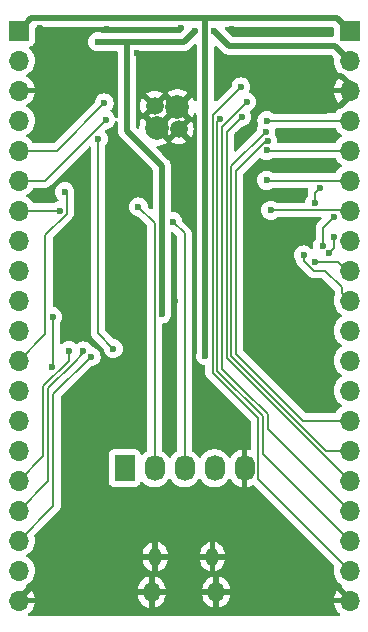
<source format=gbl>
%TF.GenerationSoftware,KiCad,Pcbnew,8.0.6-8.0.6-0~ubuntu24.04.1*%
%TF.CreationDate,2024-10-30T09:24:07+01:00*%
%TF.ProjectId,breakout_pcb,62726561-6b6f-4757-945f-7063622e6b69,rev?*%
%TF.SameCoordinates,Original*%
%TF.FileFunction,Copper,L2,Bot*%
%TF.FilePolarity,Positive*%
%FSLAX46Y46*%
G04 Gerber Fmt 4.6, Leading zero omitted, Abs format (unit mm)*
G04 Created by KiCad (PCBNEW 8.0.6-8.0.6-0~ubuntu24.04.1) date 2024-10-30 09:24:07*
%MOMM*%
%LPD*%
G01*
G04 APERTURE LIST*
%TA.AperFunction,ComponentPad*%
%ADD10R,1.700000X1.700000*%
%TD*%
%TA.AperFunction,ComponentPad*%
%ADD11O,1.700000X1.700000*%
%TD*%
%TA.AperFunction,ComponentPad*%
%ADD12R,1.700000X2.200000*%
%TD*%
%TA.AperFunction,ComponentPad*%
%ADD13O,1.700000X2.200000*%
%TD*%
%TA.AperFunction,ComponentPad*%
%ADD14O,1.350000X1.700000*%
%TD*%
%TA.AperFunction,ComponentPad*%
%ADD15O,1.100000X1.500000*%
%TD*%
%TA.AperFunction,HeatsinkPad*%
%ADD16C,1.500000*%
%TD*%
%TA.AperFunction,HeatsinkPad*%
%ADD17C,2.000000*%
%TD*%
%TA.AperFunction,ViaPad*%
%ADD18C,0.600000*%
%TD*%
%TA.AperFunction,Conductor*%
%ADD19C,0.500000*%
%TD*%
%TA.AperFunction,Conductor*%
%ADD20C,0.200000*%
%TD*%
G04 APERTURE END LIST*
D10*
%TO.P,J2,1,Pin_1*%
%TO.N,/5v*%
X114170000Y-75700000D03*
D11*
%TO.P,J2,2,Pin_2*%
%TO.N,/3.3v*%
X114170000Y-78240000D03*
%TO.P,J2,3,Pin_3*%
%TO.N,GND*%
X114170000Y-80780000D03*
%TO.P,J2,4,Pin_4*%
%TO.N,/EN*%
X114170000Y-83320000D03*
%TO.P,J2,5,Pin_5*%
%TO.N,/IO1*%
X114170000Y-85860000D03*
%TO.P,J2,6,Pin_6*%
%TO.N,/IO2*%
X114170000Y-88400000D03*
%TO.P,J2,7,Pin_7*%
%TO.N,/IO3*%
X114170000Y-90940000D03*
%TO.P,J2,8,Pin_8*%
%TO.N,/IO4*%
X114170000Y-93480000D03*
%TO.P,J2,9,Pin_9*%
%TO.N,/IO5*%
X114170000Y-96020000D03*
%TO.P,J2,10,Pin_10*%
%TO.N,/IO6*%
X114170000Y-98560000D03*
%TO.P,J2,11,Pin_11*%
%TO.N,/IO7*%
X114170000Y-101100000D03*
%TO.P,J2,12,Pin_12*%
%TO.N,/IO8*%
X114170000Y-103640000D03*
%TO.P,J2,13,Pin_13*%
%TO.N,/IO9*%
X114170000Y-106180000D03*
%TO.P,J2,14,Pin_14*%
%TO.N,/IO10*%
X114170000Y-108720000D03*
%TO.P,J2,15,Pin_15*%
%TO.N,/IO11*%
X114170000Y-111260000D03*
%TO.P,J2,16,Pin_16*%
%TO.N,/IO12*%
X114170000Y-113800000D03*
%TO.P,J2,17,Pin_17*%
%TO.N,/IO13*%
X114170000Y-116340000D03*
%TO.P,J2,18,Pin_18*%
%TO.N,/IO14*%
X114170000Y-118880000D03*
%TO.P,J2,19,Pin_19*%
%TO.N,/IO15*%
X114170000Y-121420000D03*
%TO.P,J2,20,Pin_20*%
%TO.N,GND*%
X114170000Y-123960000D03*
%TD*%
D12*
%TO.P,Mico_USB_Breakout1,1,Pin_1*%
%TO.N,Net-(J1-VBUS)*%
X123120000Y-112750000D03*
D13*
%TO.P,Mico_USB_Breakout1,2,Pin_2*%
%TO.N,/USB_D_N*%
X125660000Y-112750000D03*
%TO.P,Mico_USB_Breakout1,3,Pin_3*%
%TO.N,/USB_D_P*%
X128200000Y-112750000D03*
%TO.P,Mico_USB_Breakout1,4,Pin_4*%
%TO.N,unconnected-(J1-ID-Pad4)*%
X130740000Y-112750000D03*
%TO.P,Mico_USB_Breakout1,5,Pin_5*%
%TO.N,GND*%
X133280000Y-112750000D03*
%TD*%
D10*
%TO.P,J3,1,Pin_1*%
%TO.N,/5v*%
X142175000Y-75700000D03*
D11*
%TO.P,J3,2,Pin_2*%
%TO.N,/3.3v*%
X142175000Y-78240000D03*
%TO.P,J3,3,Pin_3*%
%TO.N,GND*%
X142175000Y-80780000D03*
%TO.P,J3,4,Pin_4*%
%TO.N,/IO16*%
X142175000Y-83320000D03*
%TO.P,J3,5,Pin_5*%
%TO.N,/IO17*%
X142175000Y-85860000D03*
%TO.P,J3,6,Pin_6*%
%TO.N,/IO18*%
X142175000Y-88400000D03*
%TO.P,J3,7,Pin_7*%
%TO.N,/IO21*%
X142175000Y-90940000D03*
%TO.P,J3,8,Pin_8*%
%TO.N,/IO38*%
X142175000Y-93480000D03*
%TO.P,J3,9,Pin_9*%
%TO.N,/IO47*%
X142175000Y-96020000D03*
%TO.P,J3,10,Pin_10*%
%TO.N,/IO48*%
X142175000Y-98560000D03*
%TO.P,J3,11,Pin_11*%
%TO.N,/IO35*%
X142175000Y-101100000D03*
%TO.P,J3,12,Pin_12*%
%TO.N,/IO36*%
X142175000Y-103640000D03*
%TO.P,J3,13,Pin_13*%
%TO.N,/IO37*%
X142175000Y-106180000D03*
%TO.P,J3,14,Pin_14*%
%TO.N,/IO39*%
X142175000Y-108720000D03*
%TO.P,J3,15,Pin_15*%
%TO.N,/IO40*%
X142175000Y-111260000D03*
%TO.P,J3,16,Pin_16*%
%TO.N,/IO41*%
X142175000Y-113800000D03*
%TO.P,J3,17,Pin_17*%
%TO.N,/IO42*%
X142175000Y-116340000D03*
%TO.P,J3,18,Pin_18*%
%TO.N,/IO43*%
X142175000Y-118880000D03*
%TO.P,J3,19,Pin_19*%
%TO.N,/IO44*%
X142175000Y-121420000D03*
%TO.P,J3,20,Pin_20*%
%TO.N,GND*%
X142175000Y-123960000D03*
%TD*%
D14*
%TO.P,J1,6,Shield*%
%TO.N,GND*%
X125415000Y-123250000D03*
D15*
X125725000Y-120250000D03*
X130565000Y-120250000D03*
D14*
X130875000Y-123250000D03*
%TD*%
D16*
%TO.P,U2,41,GND*%
%TO.N,GND*%
X125665000Y-82070000D03*
D17*
X125875000Y-83940000D03*
X127605000Y-82190000D03*
D16*
X127715000Y-84070000D03*
%TD*%
D18*
%TO.N,GND*%
X122150000Y-117375000D03*
X141050000Y-79525000D03*
X139475000Y-84625000D03*
X124000000Y-106000000D03*
X134075000Y-121050000D03*
X139900000Y-121175000D03*
X116000000Y-75500000D03*
X128700000Y-79725000D03*
X126550000Y-105975000D03*
X116100000Y-119050000D03*
X129445000Y-121725000D03*
X119775000Y-96875000D03*
X132200000Y-75575000D03*
X133425000Y-100175000D03*
X124200000Y-77575000D03*
X138225000Y-93225000D03*
X127400000Y-98575000D03*
X132750000Y-84550000D03*
X128650000Y-89175000D03*
X122200000Y-124275000D03*
X130675000Y-117050000D03*
X133425000Y-110250000D03*
X133900000Y-116950000D03*
X134200000Y-124200000D03*
X127875000Y-75500000D03*
X139400000Y-81900000D03*
X133875000Y-102475000D03*
X134125000Y-89700000D03*
X115250000Y-79500000D03*
X125150000Y-117275000D03*
X122225000Y-120875000D03*
X117975000Y-77650000D03*
X140975000Y-82050000D03*
X121775000Y-94800000D03*
X139350000Y-75725000D03*
X118075000Y-109500000D03*
X137350000Y-102525000D03*
X140050000Y-104350000D03*
X116000000Y-79225000D03*
X140475000Y-87225000D03*
X116175000Y-122625000D03*
X117675000Y-98625000D03*
X140125000Y-107675000D03*
X121675000Y-75550000D03*
X121975000Y-79800000D03*
X131725000Y-79250000D03*
X126575000Y-103275000D03*
X128650000Y-91675000D03*
X122025000Y-89400000D03*
X121925000Y-77850000D03*
X117950000Y-93600000D03*
X141050000Y-122700000D03*
X139350000Y-78575000D03*
X119950000Y-94100000D03*
X137400000Y-96325000D03*
X124350000Y-103275000D03*
X123175000Y-101875000D03*
X115275000Y-122700000D03*
X122225000Y-84300000D03*
X122725000Y-110300000D03*
X137550000Y-99975000D03*
X124375000Y-100675000D03*
X118000000Y-113125000D03*
X133450000Y-96225000D03*
X127000000Y-79775000D03*
X120450000Y-106075000D03*
X135150000Y-75650000D03*
%TO.N,/5v*%
X129975000Y-103225000D03*
%TO.N,/3.3v*%
X129050000Y-75750000D03*
X130725000Y-75750000D03*
X120850000Y-76650000D03*
X126265000Y-99700000D03*
%TO.N,/EN*%
X120900000Y-84850000D03*
X122175000Y-102625000D03*
%TO.N,/USB_D_N*%
X124300000Y-90625000D03*
%TO.N,/USB_D_P*%
X127225000Y-91889998D03*
%TO.N,/IO15*%
X117016765Y-104191765D03*
X117025000Y-99925000D03*
%TO.N,/IO14*%
X120291391Y-103305353D03*
%TO.N,/IO2*%
X121525000Y-83250000D03*
%TO.N,/IO8*%
X118050000Y-89350000D03*
%TO.N,/IO13*%
X119646264Y-102832263D03*
%TO.N,/IO1*%
X121400000Y-81825000D03*
%TO.N,/IO12*%
X118408526Y-102800001D03*
%TO.N,/IO3*%
X117625000Y-90950000D03*
%TO.N,/IO44*%
X132975000Y-80475000D03*
%TO.N,/IO36*%
X140425000Y-94506765D03*
X140859646Y-93176116D03*
%TO.N,/IO21*%
X135500000Y-90925000D03*
%TO.N,/IO41*%
X133049265Y-82999265D03*
%TO.N,/IO18*%
X135150000Y-88375000D03*
%TO.N,/IO42*%
X133450000Y-81750000D03*
%TO.N,/IO39*%
X135227060Y-85053717D03*
%TO.N,/IO38*%
X139222207Y-90275735D03*
X139643527Y-89000000D03*
%TO.N,/IO37*%
X139894461Y-93907991D03*
X140849265Y-91475735D03*
%TO.N,/IO47*%
X139225000Y-95300000D03*
%TO.N,/IO48*%
X138275000Y-94700000D03*
%TO.N,/IO40*%
X135086765Y-84261765D03*
%TO.N,/IO16*%
X135175000Y-83325000D03*
%TO.N,/IO43*%
X131175000Y-83174265D03*
%TO.N,/IO17*%
X135150000Y-85850000D03*
%TD*%
D19*
%TO.N,GND*%
X140975000Y-82050000D02*
X141400000Y-82050000D01*
X142175000Y-81275000D02*
X142175000Y-80780000D01*
X142175000Y-123825000D02*
X141050000Y-122700000D01*
X142175000Y-123960000D02*
X142175000Y-123825000D01*
X114175000Y-123960000D02*
X114175000Y-123800000D01*
X141450000Y-79525000D02*
X142175000Y-80250000D01*
X141050000Y-79525000D02*
X141450000Y-79525000D01*
X114175000Y-123800000D02*
X115275000Y-122700000D01*
X142175000Y-80250000D02*
X142175000Y-80780000D01*
X141400000Y-82050000D02*
X142175000Y-81275000D01*
%TO.N,/5v*%
X133850000Y-74650000D02*
X129975000Y-74650000D01*
X115225000Y-74650000D02*
X114175000Y-75700000D01*
X141125000Y-74650000D02*
X142175000Y-75700000D01*
X129975000Y-74650000D02*
X115225000Y-74650000D01*
X133850000Y-74650000D02*
X141125000Y-74650000D01*
X129975000Y-103225000D02*
X129975000Y-74650000D01*
%TO.N,/3.3v*%
X120875000Y-76675000D02*
X120850000Y-76650000D01*
X130725000Y-75750000D02*
X131975000Y-77000000D01*
X123300000Y-76675000D02*
X128125000Y-76675000D01*
X128125000Y-76675000D02*
X129050000Y-75750000D01*
X123300000Y-84175000D02*
X123300000Y-76675000D01*
X140935000Y-77000000D02*
X142175000Y-78240000D01*
X123300000Y-76675000D02*
X120875000Y-76675000D01*
X131975000Y-77000000D02*
X140935000Y-77000000D01*
X126265000Y-87140000D02*
X123300000Y-84175000D01*
X126265000Y-99700000D02*
X126265000Y-87140000D01*
D20*
%TO.N,/EN*%
X120900000Y-84850000D02*
X120900000Y-101350000D01*
X120900000Y-101350000D02*
X122175000Y-102625000D01*
%TO.N,/USB_D_N*%
X125665000Y-91990000D02*
X124300000Y-90625000D01*
X125665000Y-112750000D02*
X125665000Y-91990000D01*
%TO.N,/USB_D_P*%
X128205000Y-112750000D02*
X128205000Y-92869998D01*
X128205000Y-92869998D02*
X127225000Y-91889998D01*
%TO.N,/IO15*%
X117025000Y-99925000D02*
X117025000Y-104183530D01*
X117025000Y-104183530D02*
X117016765Y-104191765D01*
%TO.N,/IO14*%
X117100000Y-106496744D02*
X117100000Y-115955000D01*
X120291391Y-103305353D02*
X117100000Y-106496744D01*
X117100000Y-115955000D02*
X114175000Y-118880000D01*
%TO.N,/IO2*%
X121525000Y-83250000D02*
X116375000Y-88400000D01*
X116375000Y-88400000D02*
X114175000Y-88400000D01*
%TO.N,/IO8*%
X118225000Y-91198529D02*
X118225000Y-89525000D01*
X116425000Y-92998529D02*
X118225000Y-91198529D01*
X118225000Y-89525000D02*
X118050000Y-89350000D01*
X114175000Y-103640000D02*
X116425000Y-101390000D01*
X116425000Y-101390000D02*
X116425000Y-92998529D01*
%TO.N,/IO13*%
X116647744Y-105975000D02*
X116647744Y-113867256D01*
X119646264Y-102832263D02*
X119646264Y-102976480D01*
X116647744Y-113867256D02*
X114175000Y-116340000D01*
X118808526Y-103814218D02*
X118808526Y-103814219D01*
X119646264Y-102976480D02*
X118808526Y-103814218D01*
X118808526Y-103814219D02*
X116647744Y-105975000D01*
%TO.N,/IO1*%
X117365000Y-85860000D02*
X114175000Y-85860000D01*
X121400000Y-81825000D02*
X117365000Y-85860000D01*
%TO.N,/IO12*%
X118408526Y-103648533D02*
X116225000Y-105832059D01*
X118408526Y-102800001D02*
X118408526Y-103648533D01*
X116225000Y-111750000D02*
X114175000Y-113800000D01*
X116225000Y-105832059D02*
X116225000Y-111750000D01*
%TO.N,/IO3*%
X117615000Y-90940000D02*
X114175000Y-90940000D01*
X117625000Y-90950000D02*
X117615000Y-90940000D01*
%TO.N,/IO44*%
X130575000Y-102976471D02*
X130575000Y-82875000D01*
X130575000Y-104673529D02*
X130575000Y-102976471D01*
X134435000Y-113680000D02*
X134435000Y-108533529D01*
X130575000Y-82875000D02*
X132975000Y-80475000D01*
X134435000Y-108533529D02*
X130575000Y-104673529D01*
X142175000Y-121420000D02*
X134435000Y-113680000D01*
%TO.N,/IO36*%
X140859646Y-93176116D02*
X140859646Y-94072119D01*
X140859646Y-94072119D02*
X140425000Y-94506765D01*
%TO.N,/IO21*%
X135500000Y-90925000D02*
X135549265Y-90875735D01*
X135549265Y-90875735D02*
X142110735Y-90875735D01*
X142110735Y-90875735D02*
X142175000Y-90940000D01*
%TO.N,/IO41*%
X131775000Y-84434315D02*
X131775000Y-84273530D01*
X131775000Y-84273530D02*
X133049265Y-82999265D01*
X131775000Y-99750000D02*
X131775000Y-84434315D01*
X142175000Y-113800000D02*
X131775000Y-103400000D01*
X131775000Y-103400000D02*
X131775000Y-99750000D01*
%TO.N,/IO18*%
X135175000Y-88400000D02*
X142175000Y-88400000D01*
X135150000Y-88375000D02*
X135175000Y-88400000D01*
%TO.N,/IO42*%
X131375000Y-104342158D02*
X131375000Y-84600000D01*
X142175000Y-116340000D02*
X135235000Y-109400000D01*
X133266421Y-106233579D02*
X131375000Y-104342158D01*
X135235000Y-109400000D02*
X135235000Y-108202158D01*
X135235000Y-108202158D02*
X133266421Y-106233579D01*
X131375000Y-84600000D02*
X131375000Y-83825000D01*
X131375000Y-83825000D02*
X133450000Y-81750000D01*
%TO.N,/IO39*%
X138226372Y-108720000D02*
X132575000Y-103068628D01*
X132575000Y-103068628D02*
X132575000Y-87725000D01*
X135097754Y-85053717D02*
X135227060Y-85053717D01*
X132575000Y-87725000D02*
X132575000Y-87576471D01*
X132575000Y-87576471D02*
X135097754Y-85053717D01*
X142175000Y-108720000D02*
X138226372Y-108720000D01*
%TO.N,/IO38*%
X139222207Y-89421320D02*
X139643527Y-89000000D01*
X139222207Y-90275735D02*
X139222207Y-89421320D01*
%TO.N,/IO37*%
X140849265Y-91475735D02*
X139894461Y-92430539D01*
X139894461Y-92430539D02*
X139894461Y-93907991D01*
%TO.N,/IO47*%
X139225000Y-95300000D02*
X141225000Y-95300000D01*
X141225000Y-95300000D02*
X141945000Y-96020000D01*
X141945000Y-96020000D02*
X142175000Y-96020000D01*
%TO.N,/IO48*%
X140125000Y-96075000D02*
X141500000Y-97450000D01*
X138275000Y-94700000D02*
X138275000Y-95198529D01*
X141500000Y-97885000D02*
X142175000Y-98560000D01*
X138275000Y-95198529D02*
X139151471Y-96075000D01*
X139151471Y-96075000D02*
X140125000Y-96075000D01*
X141500000Y-97450000D02*
X141500000Y-97885000D01*
%TO.N,/IO40*%
X132175000Y-87173530D02*
X135086765Y-84261765D01*
X132175000Y-87925000D02*
X132175000Y-87173530D01*
X142175000Y-111260000D02*
X140200686Y-111260000D01*
X132507843Y-103567157D02*
X132175000Y-103234314D01*
X132175000Y-103234314D02*
X132175000Y-87925000D01*
X140200686Y-111260000D02*
X132507843Y-103567157D01*
%TO.N,/IO16*%
X135175000Y-83325000D02*
X140325000Y-83325000D01*
X140330000Y-83320000D02*
X142175000Y-83320000D01*
X140325000Y-83325000D02*
X140330000Y-83320000D01*
%TO.N,/IO43*%
X134835000Y-111540000D02*
X142175000Y-118880000D01*
X131175000Y-83174265D02*
X130975000Y-83374265D01*
X130975000Y-83374265D02*
X130975000Y-104507844D01*
X134835000Y-108367844D02*
X134835000Y-111540000D01*
X130975000Y-104507844D02*
X134835000Y-108367844D01*
%TO.N,/IO17*%
X135150000Y-85850000D02*
X135175000Y-85850000D01*
X135175000Y-85850000D02*
X135185000Y-85860000D01*
X135185000Y-85860000D02*
X142175000Y-85860000D01*
%TD*%
%TA.AperFunction,Conductor*%
%TO.N,GND*%
G36*
X122482694Y-83365646D02*
G01*
X122533097Y-83414033D01*
X122549500Y-83475668D01*
X122549500Y-84248918D01*
X122549500Y-84248920D01*
X122549499Y-84248920D01*
X122578340Y-84393907D01*
X122578343Y-84393917D01*
X122634914Y-84530492D01*
X122634915Y-84530494D01*
X122634916Y-84530495D01*
X122662278Y-84571446D01*
X122663448Y-84573196D01*
X122663449Y-84573199D01*
X122717046Y-84653414D01*
X122717052Y-84653421D01*
X125478181Y-87414548D01*
X125511666Y-87475871D01*
X125514500Y-87502229D01*
X125514500Y-90690902D01*
X125494815Y-90757941D01*
X125442011Y-90803696D01*
X125372853Y-90813640D01*
X125309297Y-90784615D01*
X125302819Y-90778583D01*
X125130700Y-90606465D01*
X125097215Y-90545142D01*
X125095163Y-90532686D01*
X125085368Y-90445745D01*
X125025789Y-90275478D01*
X124929816Y-90122738D01*
X124802262Y-89995184D01*
X124735948Y-89953516D01*
X124649523Y-89899211D01*
X124479254Y-89839631D01*
X124479249Y-89839630D01*
X124300004Y-89819435D01*
X124299996Y-89819435D01*
X124120750Y-89839630D01*
X124120745Y-89839631D01*
X123950476Y-89899211D01*
X123797737Y-89995184D01*
X123670184Y-90122737D01*
X123574211Y-90275476D01*
X123514631Y-90445745D01*
X123514630Y-90445750D01*
X123494435Y-90624996D01*
X123494435Y-90625003D01*
X123514630Y-90804249D01*
X123514631Y-90804254D01*
X123574211Y-90974523D01*
X123643273Y-91084433D01*
X123670184Y-91127262D01*
X123797738Y-91254816D01*
X123950478Y-91350789D01*
X124120745Y-91410368D01*
X124207669Y-91420161D01*
X124272080Y-91447226D01*
X124281465Y-91455700D01*
X125028181Y-92202416D01*
X125061666Y-92263739D01*
X125064500Y-92290097D01*
X125064500Y-111211733D01*
X125044815Y-111278772D01*
X124996796Y-111322217D01*
X124952182Y-111344949D01*
X124780215Y-111469889D01*
X124666673Y-111583431D01*
X124605350Y-111616915D01*
X124535658Y-111611931D01*
X124479725Y-111570059D01*
X124462810Y-111539082D01*
X124413797Y-111407671D01*
X124413793Y-111407664D01*
X124327547Y-111292455D01*
X124327544Y-111292452D01*
X124212335Y-111206206D01*
X124212328Y-111206202D01*
X124077482Y-111155908D01*
X124077483Y-111155908D01*
X124017883Y-111149501D01*
X124017881Y-111149500D01*
X124017873Y-111149500D01*
X124017864Y-111149500D01*
X122222129Y-111149500D01*
X122222123Y-111149501D01*
X122162516Y-111155908D01*
X122027671Y-111206202D01*
X122027664Y-111206206D01*
X121912455Y-111292452D01*
X121912452Y-111292455D01*
X121826206Y-111407664D01*
X121826202Y-111407671D01*
X121775908Y-111542517D01*
X121769501Y-111602116D01*
X121769500Y-111602135D01*
X121769500Y-113897870D01*
X121769501Y-113897876D01*
X121775908Y-113957483D01*
X121826202Y-114092328D01*
X121826206Y-114092335D01*
X121912452Y-114207544D01*
X121912455Y-114207547D01*
X122027664Y-114293793D01*
X122027671Y-114293797D01*
X122162517Y-114344091D01*
X122162516Y-114344091D01*
X122169444Y-114344835D01*
X122222127Y-114350500D01*
X124017872Y-114350499D01*
X124077483Y-114344091D01*
X124212331Y-114293796D01*
X124327546Y-114207546D01*
X124413796Y-114092331D01*
X124462810Y-113960916D01*
X124504681Y-113904984D01*
X124570145Y-113880566D01*
X124638418Y-113895417D01*
X124666673Y-113916569D01*
X124780213Y-114030109D01*
X124952179Y-114155048D01*
X124952181Y-114155049D01*
X124952184Y-114155051D01*
X125141588Y-114251557D01*
X125343757Y-114317246D01*
X125553713Y-114350500D01*
X125553714Y-114350500D01*
X125766286Y-114350500D01*
X125766287Y-114350500D01*
X125976243Y-114317246D01*
X126178412Y-114251557D01*
X126367816Y-114155051D01*
X126454138Y-114092335D01*
X126539786Y-114030109D01*
X126539788Y-114030106D01*
X126539792Y-114030104D01*
X126690104Y-113879792D01*
X126690106Y-113879788D01*
X126690109Y-113879786D01*
X126815048Y-113707820D01*
X126815047Y-113707820D01*
X126815051Y-113707816D01*
X126819514Y-113699054D01*
X126867488Y-113648259D01*
X126935308Y-113631463D01*
X127001444Y-113653999D01*
X127040486Y-113699056D01*
X127044951Y-113707820D01*
X127169890Y-113879786D01*
X127320213Y-114030109D01*
X127492179Y-114155048D01*
X127492181Y-114155049D01*
X127492184Y-114155051D01*
X127681588Y-114251557D01*
X127883757Y-114317246D01*
X128093713Y-114350500D01*
X128093714Y-114350500D01*
X128306286Y-114350500D01*
X128306287Y-114350500D01*
X128516243Y-114317246D01*
X128718412Y-114251557D01*
X128907816Y-114155051D01*
X128994138Y-114092335D01*
X129079786Y-114030109D01*
X129079788Y-114030106D01*
X129079792Y-114030104D01*
X129230104Y-113879792D01*
X129230106Y-113879788D01*
X129230109Y-113879786D01*
X129355048Y-113707820D01*
X129355047Y-113707820D01*
X129355051Y-113707816D01*
X129359514Y-113699054D01*
X129407488Y-113648259D01*
X129475308Y-113631463D01*
X129541444Y-113653999D01*
X129580486Y-113699056D01*
X129584951Y-113707820D01*
X129709890Y-113879786D01*
X129860213Y-114030109D01*
X130032179Y-114155048D01*
X130032181Y-114155049D01*
X130032184Y-114155051D01*
X130221588Y-114251557D01*
X130423757Y-114317246D01*
X130633713Y-114350500D01*
X130633714Y-114350500D01*
X130846286Y-114350500D01*
X130846287Y-114350500D01*
X131056243Y-114317246D01*
X131258412Y-114251557D01*
X131447816Y-114155051D01*
X131534138Y-114092335D01*
X131619786Y-114030109D01*
X131619788Y-114030106D01*
X131619792Y-114030104D01*
X131770104Y-113879792D01*
X131770106Y-113879788D01*
X131770109Y-113879786D01*
X131895048Y-113707820D01*
X131895051Y-113707816D01*
X131899793Y-113698508D01*
X131947763Y-113647711D01*
X132015583Y-113630911D01*
X132081719Y-113653445D01*
X132120763Y-113698500D01*
X132125377Y-113707555D01*
X132250272Y-113879459D01*
X132250276Y-113879464D01*
X132400535Y-114029723D01*
X132400540Y-114029727D01*
X132572442Y-114154620D01*
X132761782Y-114251095D01*
X132963871Y-114316757D01*
X133030000Y-114327231D01*
X133030000Y-113183012D01*
X133087007Y-113215925D01*
X133214174Y-113250000D01*
X133345826Y-113250000D01*
X133472993Y-113215925D01*
X133530000Y-113183012D01*
X133530000Y-114327230D01*
X133596126Y-114316757D01*
X133596129Y-114316757D01*
X133798217Y-114251095D01*
X133955532Y-114170939D01*
X134024201Y-114158043D01*
X134088941Y-114184319D01*
X134099508Y-114193743D01*
X140842233Y-120936468D01*
X140875718Y-120997791D01*
X140874327Y-121056241D01*
X140839939Y-121184583D01*
X140839936Y-121184596D01*
X140819341Y-121419999D01*
X140819341Y-121420000D01*
X140839936Y-121655403D01*
X140839938Y-121655413D01*
X140901094Y-121883655D01*
X140901096Y-121883659D01*
X140901097Y-121883663D01*
X140948856Y-121986082D01*
X141000965Y-122097830D01*
X141000967Y-122097834D01*
X141076897Y-122206272D01*
X141136501Y-122291396D01*
X141136506Y-122291402D01*
X141303597Y-122458493D01*
X141303603Y-122458498D01*
X141489594Y-122588730D01*
X141533219Y-122643307D01*
X141540413Y-122712805D01*
X141508890Y-122775160D01*
X141489595Y-122791880D01*
X141303922Y-122921890D01*
X141303920Y-122921891D01*
X141136891Y-123088920D01*
X141136886Y-123088926D01*
X141001400Y-123282420D01*
X141001399Y-123282422D01*
X140901570Y-123496507D01*
X140901567Y-123496513D01*
X140844364Y-123709999D01*
X140844364Y-123710000D01*
X141741988Y-123710000D01*
X141709075Y-123767007D01*
X141675000Y-123894174D01*
X141675000Y-124025826D01*
X141709075Y-124152993D01*
X141741988Y-124210000D01*
X140844364Y-124210000D01*
X140901567Y-124423486D01*
X140901570Y-124423492D01*
X141001399Y-124637578D01*
X141136894Y-124831082D01*
X141303921Y-124998109D01*
X141340791Y-125023926D01*
X141384416Y-125078503D01*
X141391608Y-125148001D01*
X141360086Y-125210356D01*
X141299856Y-125245769D01*
X141269667Y-125249500D01*
X115075333Y-125249500D01*
X115008294Y-125229815D01*
X114962539Y-125177011D01*
X114952595Y-125107853D01*
X114981620Y-125044297D01*
X115004209Y-125023926D01*
X115041078Y-124998109D01*
X115208105Y-124831082D01*
X115343600Y-124637578D01*
X115443429Y-124423492D01*
X115443432Y-124423486D01*
X115500636Y-124210000D01*
X114603012Y-124210000D01*
X114635925Y-124152993D01*
X114670000Y-124025826D01*
X114670000Y-123894174D01*
X114635925Y-123767007D01*
X114603012Y-123710000D01*
X115500636Y-123710000D01*
X115500635Y-123709999D01*
X115443432Y-123496513D01*
X115443429Y-123496507D01*
X115343600Y-123282422D01*
X115343599Y-123282420D01*
X115208113Y-123088926D01*
X115208108Y-123088920D01*
X115101714Y-122982526D01*
X124240000Y-122982526D01*
X124240000Y-123000000D01*
X125065000Y-123000000D01*
X125065000Y-123500000D01*
X124240000Y-123500000D01*
X124240000Y-123517473D01*
X124268933Y-123700147D01*
X124326083Y-123876040D01*
X124326084Y-123876043D01*
X124410052Y-124040837D01*
X124518754Y-124190454D01*
X124518758Y-124190459D01*
X124649540Y-124321241D01*
X124649545Y-124321245D01*
X124799162Y-124429947D01*
X124963956Y-124513915D01*
X124963959Y-124513916D01*
X125139845Y-124571064D01*
X125139858Y-124571067D01*
X125165000Y-124575049D01*
X125165000Y-123744975D01*
X125200095Y-123780070D01*
X125279905Y-123826148D01*
X125368922Y-123850000D01*
X125461078Y-123850000D01*
X125550095Y-123826148D01*
X125629905Y-123780070D01*
X125665000Y-123744975D01*
X125665000Y-124575048D01*
X125690141Y-124571067D01*
X125690154Y-124571064D01*
X125866040Y-124513916D01*
X125866043Y-124513915D01*
X126030837Y-124429947D01*
X126180454Y-124321245D01*
X126180459Y-124321241D01*
X126311241Y-124190459D01*
X126311245Y-124190454D01*
X126419947Y-124040837D01*
X126503915Y-123876043D01*
X126503916Y-123876040D01*
X126561066Y-123700147D01*
X126590000Y-123517473D01*
X126590000Y-123500000D01*
X125765000Y-123500000D01*
X125765000Y-123000000D01*
X126590000Y-123000000D01*
X126590000Y-122982526D01*
X129700000Y-122982526D01*
X129700000Y-123000000D01*
X130525000Y-123000000D01*
X130525000Y-123500000D01*
X129700000Y-123500000D01*
X129700000Y-123517473D01*
X129728933Y-123700147D01*
X129786083Y-123876040D01*
X129786084Y-123876043D01*
X129870052Y-124040837D01*
X129978754Y-124190454D01*
X129978758Y-124190459D01*
X130109540Y-124321241D01*
X130109545Y-124321245D01*
X130259162Y-124429947D01*
X130423956Y-124513915D01*
X130423959Y-124513916D01*
X130599845Y-124571064D01*
X130599858Y-124571067D01*
X130625000Y-124575049D01*
X130625000Y-123744975D01*
X130660095Y-123780070D01*
X130739905Y-123826148D01*
X130828922Y-123850000D01*
X130921078Y-123850000D01*
X131010095Y-123826148D01*
X131089905Y-123780070D01*
X131125000Y-123744975D01*
X131125000Y-124575048D01*
X131150141Y-124571067D01*
X131150154Y-124571064D01*
X131326040Y-124513916D01*
X131326043Y-124513915D01*
X131490837Y-124429947D01*
X131640454Y-124321245D01*
X131640459Y-124321241D01*
X131771241Y-124190459D01*
X131771245Y-124190454D01*
X131879947Y-124040837D01*
X131963915Y-123876043D01*
X131963916Y-123876040D01*
X132021066Y-123700147D01*
X132050000Y-123517473D01*
X132050000Y-123500000D01*
X131225000Y-123500000D01*
X131225000Y-123000000D01*
X132050000Y-123000000D01*
X132050000Y-122982526D01*
X132021066Y-122799852D01*
X131963916Y-122623959D01*
X131963915Y-122623956D01*
X131879947Y-122459162D01*
X131771245Y-122309545D01*
X131771241Y-122309540D01*
X131640459Y-122178758D01*
X131640454Y-122178754D01*
X131490837Y-122070052D01*
X131326043Y-121986084D01*
X131326037Y-121986082D01*
X131150144Y-121928932D01*
X131125000Y-121924950D01*
X131125000Y-122755025D01*
X131089905Y-122719930D01*
X131010095Y-122673852D01*
X130921078Y-122650000D01*
X130828922Y-122650000D01*
X130739905Y-122673852D01*
X130660095Y-122719930D01*
X130625000Y-122755025D01*
X130625000Y-121924950D01*
X130624999Y-121924950D01*
X130599855Y-121928932D01*
X130423962Y-121986082D01*
X130423956Y-121986084D01*
X130259162Y-122070052D01*
X130109545Y-122178754D01*
X130109540Y-122178758D01*
X129978758Y-122309540D01*
X129978754Y-122309545D01*
X129870052Y-122459162D01*
X129786084Y-122623956D01*
X129786083Y-122623959D01*
X129728933Y-122799852D01*
X129700000Y-122982526D01*
X126590000Y-122982526D01*
X126561066Y-122799852D01*
X126503916Y-122623959D01*
X126503915Y-122623956D01*
X126419947Y-122459162D01*
X126311245Y-122309545D01*
X126311241Y-122309540D01*
X126180459Y-122178758D01*
X126180454Y-122178754D01*
X126030837Y-122070052D01*
X125866043Y-121986084D01*
X125866037Y-121986082D01*
X125690144Y-121928932D01*
X125665000Y-121924950D01*
X125665000Y-122755025D01*
X125629905Y-122719930D01*
X125550095Y-122673852D01*
X125461078Y-122650000D01*
X125368922Y-122650000D01*
X125279905Y-122673852D01*
X125200095Y-122719930D01*
X125165000Y-122755025D01*
X125165000Y-121924950D01*
X125164999Y-121924950D01*
X125139855Y-121928932D01*
X124963962Y-121986082D01*
X124963956Y-121986084D01*
X124799162Y-122070052D01*
X124649545Y-122178754D01*
X124649540Y-122178758D01*
X124518758Y-122309540D01*
X124518754Y-122309545D01*
X124410052Y-122459162D01*
X124326084Y-122623956D01*
X124326083Y-122623959D01*
X124268933Y-122799852D01*
X124240000Y-122982526D01*
X115101714Y-122982526D01*
X115041078Y-122921890D01*
X114855405Y-122791879D01*
X114811780Y-122737302D01*
X114804588Y-122667804D01*
X114836110Y-122605449D01*
X114855406Y-122588730D01*
X115040448Y-122459162D01*
X115041401Y-122458495D01*
X115208495Y-122291401D01*
X115344035Y-122097830D01*
X115443903Y-121883663D01*
X115505063Y-121655408D01*
X115525659Y-121420000D01*
X115505063Y-121184592D01*
X115443903Y-120956337D01*
X115344035Y-120742171D01*
X115279185Y-120649554D01*
X115208494Y-120548597D01*
X115041402Y-120381506D01*
X115041396Y-120381501D01*
X114855842Y-120251575D01*
X114812217Y-120196998D01*
X114805023Y-120127500D01*
X114836546Y-120065145D01*
X114855842Y-120048425D01*
X115001287Y-119946583D01*
X115001293Y-119946579D01*
X124675000Y-119946579D01*
X124675000Y-120000000D01*
X125401933Y-120000000D01*
X125400000Y-120007213D01*
X125400000Y-120492787D01*
X125401933Y-120500000D01*
X124675000Y-120500000D01*
X124675000Y-120553420D01*
X124715348Y-120756266D01*
X124715350Y-120756274D01*
X124794500Y-120947358D01*
X124794505Y-120947368D01*
X124909410Y-121119335D01*
X124909413Y-121119339D01*
X125055660Y-121265586D01*
X125055664Y-121265589D01*
X125227631Y-121380494D01*
X125227641Y-121380499D01*
X125418723Y-121459648D01*
X125418725Y-121459649D01*
X125475000Y-121470842D01*
X125475000Y-120659618D01*
X125525446Y-120710064D01*
X125599555Y-120752851D01*
X125682213Y-120775000D01*
X125767787Y-120775000D01*
X125850445Y-120752851D01*
X125924554Y-120710064D01*
X125975000Y-120659618D01*
X125975000Y-121470842D01*
X126031274Y-121459649D01*
X126031276Y-121459648D01*
X126222358Y-121380499D01*
X126222368Y-121380494D01*
X126394335Y-121265589D01*
X126394339Y-121265586D01*
X126540586Y-121119339D01*
X126540589Y-121119335D01*
X126655494Y-120947368D01*
X126655499Y-120947358D01*
X126734649Y-120756274D01*
X126734651Y-120756266D01*
X126774999Y-120553420D01*
X126775000Y-120553417D01*
X126775000Y-120500000D01*
X126048067Y-120500000D01*
X126050000Y-120492787D01*
X126050000Y-120007213D01*
X126048067Y-120000000D01*
X126775000Y-120000000D01*
X126775000Y-119946583D01*
X126774999Y-119946579D01*
X129515000Y-119946579D01*
X129515000Y-120000000D01*
X130241933Y-120000000D01*
X130240000Y-120007213D01*
X130240000Y-120492787D01*
X130241933Y-120500000D01*
X129515000Y-120500000D01*
X129515000Y-120553420D01*
X129555348Y-120756266D01*
X129555350Y-120756274D01*
X129634500Y-120947358D01*
X129634505Y-120947368D01*
X129749410Y-121119335D01*
X129749413Y-121119339D01*
X129895660Y-121265586D01*
X129895664Y-121265589D01*
X130067631Y-121380494D01*
X130067641Y-121380499D01*
X130258723Y-121459648D01*
X130258725Y-121459649D01*
X130315000Y-121470842D01*
X130315000Y-120659618D01*
X130365446Y-120710064D01*
X130439555Y-120752851D01*
X130522213Y-120775000D01*
X130607787Y-120775000D01*
X130690445Y-120752851D01*
X130764554Y-120710064D01*
X130815000Y-120659618D01*
X130815000Y-121470842D01*
X130871274Y-121459649D01*
X130871276Y-121459648D01*
X131062358Y-121380499D01*
X131062368Y-121380494D01*
X131234335Y-121265589D01*
X131234339Y-121265586D01*
X131380586Y-121119339D01*
X131380589Y-121119335D01*
X131495494Y-120947368D01*
X131495499Y-120947358D01*
X131574649Y-120756274D01*
X131574651Y-120756266D01*
X131614999Y-120553420D01*
X131615000Y-120553417D01*
X131615000Y-120500000D01*
X130888067Y-120500000D01*
X130890000Y-120492787D01*
X130890000Y-120007213D01*
X130888067Y-120000000D01*
X131615000Y-120000000D01*
X131615000Y-119946583D01*
X131614999Y-119946579D01*
X131574651Y-119743733D01*
X131574649Y-119743725D01*
X131495499Y-119552641D01*
X131495494Y-119552631D01*
X131380589Y-119380664D01*
X131380586Y-119380660D01*
X131234339Y-119234413D01*
X131234335Y-119234410D01*
X131062368Y-119119505D01*
X131062358Y-119119500D01*
X130871272Y-119040349D01*
X130871267Y-119040347D01*
X130815000Y-119029155D01*
X130815000Y-119840382D01*
X130764554Y-119789936D01*
X130690445Y-119747149D01*
X130607787Y-119725000D01*
X130522213Y-119725000D01*
X130439555Y-119747149D01*
X130365446Y-119789936D01*
X130315000Y-119840382D01*
X130315000Y-119029156D01*
X130314999Y-119029155D01*
X130258732Y-119040347D01*
X130258727Y-119040349D01*
X130067641Y-119119500D01*
X130067631Y-119119505D01*
X129895664Y-119234410D01*
X129895660Y-119234413D01*
X129749413Y-119380660D01*
X129749410Y-119380664D01*
X129634505Y-119552631D01*
X129634500Y-119552641D01*
X129555350Y-119743725D01*
X129555348Y-119743733D01*
X129515000Y-119946579D01*
X126774999Y-119946579D01*
X126734651Y-119743733D01*
X126734649Y-119743725D01*
X126655499Y-119552641D01*
X126655494Y-119552631D01*
X126540589Y-119380664D01*
X126540586Y-119380660D01*
X126394339Y-119234413D01*
X126394335Y-119234410D01*
X126222368Y-119119505D01*
X126222358Y-119119500D01*
X126031272Y-119040349D01*
X126031267Y-119040347D01*
X125975000Y-119029155D01*
X125975000Y-119840382D01*
X125924554Y-119789936D01*
X125850445Y-119747149D01*
X125767787Y-119725000D01*
X125682213Y-119725000D01*
X125599555Y-119747149D01*
X125525446Y-119789936D01*
X125475000Y-119840382D01*
X125475000Y-119029156D01*
X125474999Y-119029155D01*
X125418732Y-119040347D01*
X125418727Y-119040349D01*
X125227641Y-119119500D01*
X125227631Y-119119505D01*
X125055664Y-119234410D01*
X125055660Y-119234413D01*
X124909413Y-119380660D01*
X124909410Y-119380664D01*
X124794505Y-119552631D01*
X124794500Y-119552641D01*
X124715350Y-119743725D01*
X124715348Y-119743733D01*
X124675000Y-119946579D01*
X115001293Y-119946579D01*
X115041401Y-119918495D01*
X115208495Y-119751401D01*
X115344035Y-119557830D01*
X115443903Y-119343663D01*
X115505063Y-119115408D01*
X115525659Y-118880000D01*
X115505063Y-118644592D01*
X115471728Y-118520183D01*
X115473391Y-118450337D01*
X115503820Y-118400414D01*
X117580520Y-116323716D01*
X117659577Y-116186784D01*
X117700501Y-116034057D01*
X117700501Y-115875942D01*
X117700501Y-115868347D01*
X117700500Y-115868329D01*
X117700500Y-106796840D01*
X117720185Y-106729801D01*
X117736814Y-106709164D01*
X120309926Y-104136051D01*
X120371247Y-104102568D01*
X120383702Y-104100516D01*
X120470646Y-104090721D01*
X120640913Y-104031142D01*
X120793653Y-103935169D01*
X120921207Y-103807615D01*
X121017180Y-103654875D01*
X121076759Y-103484608D01*
X121085775Y-103404590D01*
X121096956Y-103305356D01*
X121096956Y-103305349D01*
X121076760Y-103126103D01*
X121076759Y-103126098D01*
X121048642Y-103045745D01*
X121017180Y-102955831D01*
X120921207Y-102803091D01*
X120793653Y-102675537D01*
X120713218Y-102624996D01*
X120640914Y-102579564D01*
X120470645Y-102519984D01*
X120470640Y-102519983D01*
X120449066Y-102517553D01*
X120384652Y-102490487D01*
X120357956Y-102460307D01*
X120276080Y-102330001D01*
X120148526Y-102202447D01*
X119995787Y-102106474D01*
X119825518Y-102046894D01*
X119825513Y-102046893D01*
X119646268Y-102026698D01*
X119646260Y-102026698D01*
X119467014Y-102046893D01*
X119467009Y-102046894D01*
X119296740Y-102106474D01*
X119144000Y-102202448D01*
X119131204Y-102215244D01*
X119069880Y-102248727D01*
X119000188Y-102243741D01*
X118955844Y-102215241D01*
X118910788Y-102170185D01*
X118758049Y-102074212D01*
X118587780Y-102014632D01*
X118587775Y-102014631D01*
X118408530Y-101994436D01*
X118408522Y-101994436D01*
X118229276Y-102014631D01*
X118229271Y-102014632D01*
X118059002Y-102074212D01*
X117906263Y-102170185D01*
X117837181Y-102239268D01*
X117775858Y-102272753D01*
X117706166Y-102267769D01*
X117650233Y-102225897D01*
X117625816Y-102160433D01*
X117625500Y-102151587D01*
X117625500Y-100507412D01*
X117645185Y-100440373D01*
X117652555Y-100430097D01*
X117654810Y-100427267D01*
X117654816Y-100427262D01*
X117750789Y-100274522D01*
X117810368Y-100104255D01*
X117815185Y-100061505D01*
X117830565Y-99925003D01*
X117830565Y-99924996D01*
X117810369Y-99745750D01*
X117810368Y-99745745D01*
X117750788Y-99575476D01*
X117660256Y-99431396D01*
X117654816Y-99422738D01*
X117527262Y-99295184D01*
X117435984Y-99237830D01*
X117374521Y-99199210D01*
X117204249Y-99139630D01*
X117135616Y-99131897D01*
X117071202Y-99104830D01*
X117031647Y-99047235D01*
X117025500Y-99008677D01*
X117025500Y-93298625D01*
X117045185Y-93231586D01*
X117061814Y-93210949D01*
X118583506Y-91689256D01*
X118583511Y-91689253D01*
X118593714Y-91679049D01*
X118593716Y-91679049D01*
X118705520Y-91567245D01*
X118784577Y-91430313D01*
X118819622Y-91299522D01*
X118825500Y-91277587D01*
X118825500Y-91119472D01*
X118825500Y-89578523D01*
X118832459Y-89537567D01*
X118835368Y-89529255D01*
X118855565Y-89350000D01*
X118855511Y-89349522D01*
X118835369Y-89170750D01*
X118835368Y-89170745D01*
X118802856Y-89077831D01*
X118775789Y-89000478D01*
X118679816Y-88847738D01*
X118552262Y-88720184D01*
X118399523Y-88624211D01*
X118229254Y-88564631D01*
X118229249Y-88564630D01*
X118050004Y-88544435D01*
X118049996Y-88544435D01*
X117870750Y-88564630D01*
X117870745Y-88564631D01*
X117700476Y-88624211D01*
X117547737Y-88720184D01*
X117420184Y-88847737D01*
X117324211Y-89000476D01*
X117264631Y-89170745D01*
X117264630Y-89170750D01*
X117244435Y-89349996D01*
X117244435Y-89350003D01*
X117264630Y-89529249D01*
X117264631Y-89529254D01*
X117324211Y-89699523D01*
X117420184Y-89852262D01*
X117521438Y-89953516D01*
X117554923Y-90014839D01*
X117549939Y-90084531D01*
X117508067Y-90140464D01*
X117452414Y-90162527D01*
X117452541Y-90163080D01*
X117448954Y-90163898D01*
X117447650Y-90164416D01*
X117445752Y-90164629D01*
X117275478Y-90224210D01*
X117193890Y-90275476D01*
X117123326Y-90319815D01*
X117122245Y-90320494D01*
X117056273Y-90339500D01*
X115459091Y-90339500D01*
X115392052Y-90319815D01*
X115346711Y-90267909D01*
X115344037Y-90262175D01*
X115344034Y-90262170D01*
X115339873Y-90256228D01*
X115252436Y-90131353D01*
X115208494Y-90068597D01*
X115041402Y-89901506D01*
X115041396Y-89901501D01*
X114855842Y-89771575D01*
X114812217Y-89716998D01*
X114805023Y-89647500D01*
X114836546Y-89585145D01*
X114855842Y-89568425D01*
X114938740Y-89510379D01*
X115041401Y-89438495D01*
X115208495Y-89271401D01*
X115344035Y-89077830D01*
X115346707Y-89072097D01*
X115392878Y-89019658D01*
X115459091Y-89000500D01*
X116288331Y-89000500D01*
X116288347Y-89000501D01*
X116295943Y-89000501D01*
X116454054Y-89000501D01*
X116454057Y-89000501D01*
X116606785Y-88959577D01*
X116656904Y-88930639D01*
X116743716Y-88880520D01*
X116855520Y-88768716D01*
X116855520Y-88768714D01*
X116865728Y-88758507D01*
X116865730Y-88758504D01*
X120087819Y-85536415D01*
X120149142Y-85502930D01*
X120218834Y-85507914D01*
X120274767Y-85549786D01*
X120299184Y-85615250D01*
X120299500Y-85624096D01*
X120299500Y-101263330D01*
X120299499Y-101263348D01*
X120299499Y-101429054D01*
X120299498Y-101429054D01*
X120314970Y-101486793D01*
X120340423Y-101581785D01*
X120363517Y-101621784D01*
X120400825Y-101686405D01*
X120419479Y-101718715D01*
X120538349Y-101837585D01*
X120538355Y-101837590D01*
X121344298Y-102643533D01*
X121377783Y-102704856D01*
X121379837Y-102717330D01*
X121389630Y-102804249D01*
X121449210Y-102974521D01*
X121544453Y-103126098D01*
X121545184Y-103127262D01*
X121672738Y-103254816D01*
X121825478Y-103350789D01*
X121979238Y-103404592D01*
X121995745Y-103410368D01*
X121995750Y-103410369D01*
X122174996Y-103430565D01*
X122175000Y-103430565D01*
X122175004Y-103430565D01*
X122354249Y-103410369D01*
X122354252Y-103410368D01*
X122354255Y-103410368D01*
X122524522Y-103350789D01*
X122677262Y-103254816D01*
X122804816Y-103127262D01*
X122900789Y-102974522D01*
X122960368Y-102804255D01*
X122960499Y-102803091D01*
X122980565Y-102625003D01*
X122980565Y-102624996D01*
X122960369Y-102445750D01*
X122960368Y-102445745D01*
X122933864Y-102370000D01*
X122900789Y-102275478D01*
X122899882Y-102274035D01*
X122854901Y-102202448D01*
X122804816Y-102122738D01*
X122677262Y-101995184D01*
X122624028Y-101961735D01*
X122524521Y-101899210D01*
X122354249Y-101839630D01*
X122267330Y-101829837D01*
X122202916Y-101802770D01*
X122193533Y-101794298D01*
X121536819Y-101137584D01*
X121503334Y-101076261D01*
X121500500Y-101049903D01*
X121500500Y-85432412D01*
X121520185Y-85365373D01*
X121527555Y-85355097D01*
X121529810Y-85352267D01*
X121529816Y-85352262D01*
X121625789Y-85199522D01*
X121685368Y-85029255D01*
X121685369Y-85029249D01*
X121705565Y-84850003D01*
X121705565Y-84849996D01*
X121685369Y-84670750D01*
X121685368Y-84670745D01*
X121652954Y-84578111D01*
X121625789Y-84500478D01*
X121624963Y-84499164D01*
X121536575Y-84358495D01*
X121529816Y-84347738D01*
X121490837Y-84308759D01*
X121457352Y-84247436D01*
X121462336Y-84177744D01*
X121490836Y-84133398D01*
X121502728Y-84121506D01*
X121543534Y-84080699D01*
X121604855Y-84047215D01*
X121617311Y-84045163D01*
X121704255Y-84035368D01*
X121874522Y-83975789D01*
X122027262Y-83879816D01*
X122154816Y-83752262D01*
X122250789Y-83599522D01*
X122308458Y-83434712D01*
X122349180Y-83377937D01*
X122414133Y-83352190D01*
X122482694Y-83365646D01*
G37*
%TD.AperFunction*%
%TA.AperFunction,Conductor*%
G36*
X128828434Y-83059882D02*
G01*
X128928731Y-82906369D01*
X128986944Y-82773657D01*
X129031900Y-82720171D01*
X129098636Y-82699481D01*
X129165963Y-82718155D01*
X129212507Y-82770265D01*
X129224500Y-82823467D01*
X129224500Y-102925028D01*
X129217542Y-102965982D01*
X129189631Y-103045747D01*
X129169435Y-103224996D01*
X129169435Y-103225003D01*
X129189630Y-103404249D01*
X129189631Y-103404254D01*
X129249211Y-103574523D01*
X129299700Y-103654875D01*
X129345184Y-103727262D01*
X129472738Y-103854816D01*
X129625478Y-103950789D01*
X129795745Y-104010368D01*
X129864384Y-104018101D01*
X129928796Y-104045166D01*
X129968352Y-104102760D01*
X129974500Y-104141321D01*
X129974500Y-104586859D01*
X129974499Y-104586877D01*
X129974499Y-104752583D01*
X129974498Y-104752583D01*
X130015423Y-104905314D01*
X130020379Y-104913897D01*
X130020380Y-104913903D01*
X130020382Y-104913903D01*
X130094477Y-105042241D01*
X130094481Y-105042246D01*
X130213349Y-105161114D01*
X130213355Y-105161119D01*
X133798181Y-108745945D01*
X133831666Y-108807268D01*
X133834500Y-108833626D01*
X133834500Y-111090023D01*
X133814815Y-111157062D01*
X133762011Y-111202817D01*
X133692853Y-111212761D01*
X133672182Y-111207954D01*
X133596122Y-111183241D01*
X133530000Y-111172768D01*
X133530000Y-112316988D01*
X133472993Y-112284075D01*
X133345826Y-112250000D01*
X133214174Y-112250000D01*
X133087007Y-112284075D01*
X133030000Y-112316988D01*
X133030000Y-111172768D01*
X133029999Y-111172768D01*
X132963875Y-111183241D01*
X132761784Y-111248903D01*
X132572442Y-111345379D01*
X132400540Y-111470272D01*
X132400535Y-111470276D01*
X132250276Y-111620535D01*
X132250272Y-111620540D01*
X132125378Y-111792443D01*
X132120762Y-111801502D01*
X132072784Y-111852295D01*
X132004963Y-111869087D01*
X131938829Y-111846546D01*
X131899794Y-111801493D01*
X131895051Y-111792184D01*
X131895049Y-111792181D01*
X131895048Y-111792179D01*
X131770109Y-111620213D01*
X131619786Y-111469890D01*
X131447820Y-111344951D01*
X131258414Y-111248444D01*
X131258413Y-111248443D01*
X131258412Y-111248443D01*
X131056243Y-111182754D01*
X131056241Y-111182753D01*
X131056240Y-111182753D01*
X130894031Y-111157062D01*
X130846287Y-111149500D01*
X130633713Y-111149500D01*
X130585969Y-111157062D01*
X130423760Y-111182753D01*
X130221585Y-111248444D01*
X130032179Y-111344951D01*
X129860213Y-111469890D01*
X129709890Y-111620213D01*
X129584949Y-111792182D01*
X129580484Y-111800946D01*
X129532509Y-111851742D01*
X129464688Y-111868536D01*
X129398553Y-111845998D01*
X129359516Y-111800946D01*
X129355050Y-111792182D01*
X129230109Y-111620213D01*
X129079786Y-111469890D01*
X128907819Y-111344950D01*
X128873203Y-111327312D01*
X128822408Y-111279336D01*
X128805500Y-111216828D01*
X128805500Y-92790942D01*
X128805499Y-92790938D01*
X128799017Y-92766744D01*
X128764577Y-92638213D01*
X128721395Y-92563420D01*
X128685520Y-92501282D01*
X128573716Y-92389478D01*
X128573715Y-92389477D01*
X128569385Y-92385147D01*
X128569374Y-92385137D01*
X128055700Y-91871463D01*
X128022215Y-91810140D01*
X128020163Y-91797684D01*
X128010368Y-91710743D01*
X127950789Y-91540476D01*
X127854816Y-91387736D01*
X127727262Y-91260182D01*
X127718722Y-91254816D01*
X127574523Y-91164209D01*
X127404254Y-91104629D01*
X127404249Y-91104628D01*
X127225004Y-91084433D01*
X127224995Y-91084433D01*
X127153382Y-91092501D01*
X127084560Y-91080446D01*
X127033182Y-91033096D01*
X127015500Y-90969281D01*
X127015500Y-87066079D01*
X126986659Y-86921092D01*
X126986658Y-86921091D01*
X126986658Y-86921087D01*
X126977299Y-86898493D01*
X126930087Y-86784511D01*
X126930080Y-86784498D01*
X126847952Y-86661585D01*
X126816350Y-86629983D01*
X126743416Y-86557049D01*
X126310161Y-86123794D01*
X125838049Y-85651681D01*
X125804564Y-85590358D01*
X125809548Y-85520666D01*
X125851420Y-85464733D01*
X125916884Y-85440316D01*
X125925730Y-85440000D01*
X125999293Y-85440000D01*
X126244493Y-85399083D01*
X126479603Y-85318369D01*
X126479614Y-85318364D01*
X126698228Y-85200057D01*
X126698231Y-85200055D01*
X126745056Y-85163609D01*
X126004409Y-84422962D01*
X126067993Y-84405925D01*
X126182007Y-84340099D01*
X126275099Y-84247007D01*
X126340925Y-84132993D01*
X126357962Y-84069409D01*
X126859998Y-84571446D01*
X126859999Y-84571446D01*
X127232037Y-84199408D01*
X127249075Y-84262993D01*
X127314901Y-84377007D01*
X127407993Y-84470099D01*
X127522007Y-84535925D01*
X127585590Y-84552962D01*
X127025427Y-85113124D01*
X127087612Y-85156666D01*
X127285840Y-85249101D01*
X127285849Y-85249105D01*
X127497105Y-85305710D01*
X127497115Y-85305712D01*
X127714999Y-85324775D01*
X127715001Y-85324775D01*
X127932884Y-85305712D01*
X127932894Y-85305710D01*
X128144150Y-85249105D01*
X128144164Y-85249100D01*
X128342383Y-85156669D01*
X128342385Y-85156668D01*
X128404571Y-85113124D01*
X127844410Y-84552962D01*
X127907993Y-84535925D01*
X128022007Y-84470099D01*
X128115099Y-84377007D01*
X128180925Y-84262993D01*
X128197962Y-84199409D01*
X128758124Y-84759570D01*
X128801668Y-84697385D01*
X128801669Y-84697383D01*
X128894100Y-84499164D01*
X128894105Y-84499150D01*
X128950710Y-84287894D01*
X128950712Y-84287884D01*
X128969775Y-84070000D01*
X128969775Y-84069999D01*
X128950712Y-83852115D01*
X128950710Y-83852105D01*
X128894105Y-83640849D01*
X128894101Y-83640840D01*
X128801667Y-83442614D01*
X128801666Y-83442612D01*
X128758124Y-83380428D01*
X128758124Y-83380427D01*
X128197962Y-83940589D01*
X128180925Y-83877007D01*
X128115099Y-83762993D01*
X128022007Y-83669901D01*
X127907993Y-83604075D01*
X127844409Y-83587037D01*
X128246446Y-83184999D01*
X128246446Y-83184998D01*
X127734410Y-82672962D01*
X127797993Y-82655925D01*
X127912007Y-82590099D01*
X128005099Y-82497007D01*
X128070925Y-82382993D01*
X128087962Y-82319410D01*
X128828434Y-83059882D01*
G37*
%TD.AperFunction*%
%TA.AperFunction,Conductor*%
G36*
X127220703Y-92735382D02*
G01*
X127227181Y-92741414D01*
X127568181Y-93082414D01*
X127601666Y-93143737D01*
X127604500Y-93170095D01*
X127604500Y-111211733D01*
X127584815Y-111278772D01*
X127536796Y-111322217D01*
X127492182Y-111344949D01*
X127320213Y-111469890D01*
X127169890Y-111620213D01*
X127044949Y-111792182D01*
X127040484Y-111800946D01*
X126992509Y-111851742D01*
X126924688Y-111868536D01*
X126858553Y-111845998D01*
X126819516Y-111800946D01*
X126815050Y-111792182D01*
X126690109Y-111620213D01*
X126539786Y-111469890D01*
X126367819Y-111344950D01*
X126333203Y-111327312D01*
X126282408Y-111279336D01*
X126265500Y-111216828D01*
X126265500Y-100616321D01*
X126285185Y-100549282D01*
X126337989Y-100503527D01*
X126375612Y-100493101D01*
X126444255Y-100485368D01*
X126614522Y-100425789D01*
X126767262Y-100329816D01*
X126894816Y-100202262D01*
X126990789Y-100049522D01*
X127050368Y-99879255D01*
X127050369Y-99879249D01*
X127070565Y-99700003D01*
X127070565Y-99699996D01*
X127050368Y-99520747D01*
X127050368Y-99520745D01*
X127022458Y-99440982D01*
X127015500Y-99400028D01*
X127015500Y-92829095D01*
X127035185Y-92762056D01*
X127087989Y-92716301D01*
X127157147Y-92706357D01*
X127220703Y-92735382D01*
G37*
%TD.AperFunction*%
%TA.AperFunction,Conductor*%
G36*
X140952948Y-86480185D02*
G01*
X140998292Y-86532097D01*
X141000965Y-86537830D01*
X141136501Y-86731396D01*
X141136506Y-86731402D01*
X141303597Y-86898493D01*
X141303603Y-86898498D01*
X141489158Y-87028425D01*
X141532783Y-87083002D01*
X141539977Y-87152500D01*
X141508454Y-87214855D01*
X141489158Y-87231575D01*
X141303597Y-87361505D01*
X141136506Y-87528596D01*
X141000965Y-87722170D01*
X141000962Y-87722175D01*
X140998289Y-87727909D01*
X140952115Y-87780346D01*
X140885909Y-87799500D01*
X135757940Y-87799500D01*
X135690901Y-87779815D01*
X135670259Y-87763181D01*
X135652262Y-87745184D01*
X135499523Y-87649211D01*
X135329254Y-87589631D01*
X135329249Y-87589630D01*
X135150004Y-87569435D01*
X135149996Y-87569435D01*
X134970750Y-87589630D01*
X134970745Y-87589631D01*
X134800476Y-87649211D01*
X134647737Y-87745184D01*
X134520184Y-87872737D01*
X134424211Y-88025476D01*
X134364631Y-88195745D01*
X134364630Y-88195750D01*
X134344435Y-88374996D01*
X134344435Y-88375003D01*
X134364630Y-88554249D01*
X134364631Y-88554254D01*
X134424211Y-88724523D01*
X134501632Y-88847737D01*
X134520184Y-88877262D01*
X134647738Y-89004816D01*
X134650654Y-89006648D01*
X134763940Y-89077831D01*
X134800478Y-89100789D01*
X134970745Y-89160368D01*
X134970750Y-89160369D01*
X135149996Y-89180565D01*
X135150000Y-89180565D01*
X135150004Y-89180565D01*
X135329249Y-89160369D01*
X135329252Y-89160368D01*
X135329255Y-89160368D01*
X135499522Y-89100789D01*
X135628883Y-89019505D01*
X135694855Y-89000500D01*
X138556995Y-89000500D01*
X138624034Y-89020185D01*
X138669789Y-89072989D01*
X138679733Y-89142147D01*
X138664381Y-89186503D01*
X138662630Y-89189534D01*
X138654252Y-89220802D01*
X138621706Y-89342263D01*
X138621706Y-89342265D01*
X138621706Y-89510366D01*
X138621707Y-89510379D01*
X138621707Y-89693322D01*
X138602022Y-89760361D01*
X138594657Y-89770631D01*
X138592393Y-89773469D01*
X138496417Y-89926213D01*
X138436837Y-90096485D01*
X138429105Y-90165118D01*
X138402039Y-90229532D01*
X138344444Y-90269087D01*
X138305885Y-90275235D01*
X136006237Y-90275235D01*
X135940264Y-90256228D01*
X135849524Y-90199211D01*
X135679254Y-90139631D01*
X135679249Y-90139630D01*
X135500004Y-90119435D01*
X135499996Y-90119435D01*
X135320750Y-90139630D01*
X135320745Y-90139631D01*
X135150476Y-90199211D01*
X134997737Y-90295184D01*
X134870184Y-90422737D01*
X134774211Y-90575476D01*
X134714631Y-90745745D01*
X134714630Y-90745750D01*
X134694435Y-90924996D01*
X134694435Y-90925003D01*
X134714630Y-91104249D01*
X134714631Y-91104254D01*
X134774211Y-91274523D01*
X134868775Y-91425019D01*
X134870184Y-91427262D01*
X134997738Y-91554816D01*
X135150478Y-91650789D01*
X135238068Y-91681438D01*
X135320745Y-91710368D01*
X135320750Y-91710369D01*
X135499996Y-91730565D01*
X135500000Y-91730565D01*
X135500004Y-91730565D01*
X135679249Y-91710369D01*
X135679252Y-91710368D01*
X135679255Y-91710368D01*
X135849522Y-91650789D01*
X136002262Y-91554816D01*
X136044524Y-91512554D01*
X136105847Y-91479069D01*
X136132205Y-91476235D01*
X139700167Y-91476235D01*
X139767206Y-91495920D01*
X139812961Y-91548724D01*
X139822905Y-91617882D01*
X139793880Y-91681438D01*
X139787848Y-91687916D01*
X139413942Y-92061821D01*
X139413940Y-92061824D01*
X139377848Y-92124339D01*
X139377847Y-92124341D01*
X139334884Y-92198753D01*
X139325842Y-92232500D01*
X139293960Y-92351482D01*
X139293960Y-92351484D01*
X139293960Y-92519585D01*
X139293961Y-92519598D01*
X139293961Y-93325578D01*
X139274276Y-93392617D01*
X139266911Y-93402887D01*
X139264647Y-93405725D01*
X139168672Y-93558467D01*
X139109092Y-93728736D01*
X139109091Y-93728741D01*
X139088896Y-93907987D01*
X139088896Y-93907995D01*
X139109384Y-94089841D01*
X139097329Y-94158663D01*
X139049980Y-94210042D01*
X138982369Y-94227666D01*
X138915964Y-94205939D01*
X138898483Y-94191405D01*
X138777262Y-94070184D01*
X138624523Y-93974211D01*
X138454254Y-93914631D01*
X138454249Y-93914630D01*
X138275004Y-93894435D01*
X138274996Y-93894435D01*
X138095750Y-93914630D01*
X138095745Y-93914631D01*
X137925476Y-93974211D01*
X137772737Y-94070184D01*
X137645184Y-94197737D01*
X137549211Y-94350476D01*
X137489631Y-94520745D01*
X137489630Y-94520750D01*
X137469435Y-94699996D01*
X137469435Y-94700003D01*
X137489630Y-94879249D01*
X137489631Y-94879254D01*
X137549211Y-95049523D01*
X137645182Y-95202259D01*
X137647441Y-95205091D01*
X137648330Y-95207268D01*
X137648889Y-95208158D01*
X137648733Y-95208255D01*
X137673854Y-95269776D01*
X137674096Y-95274527D01*
X137674498Y-95277583D01*
X137715424Y-95430318D01*
X137715425Y-95430319D01*
X137740933Y-95474499D01*
X137740934Y-95474501D01*
X137794475Y-95567238D01*
X137794481Y-95567246D01*
X137913349Y-95686114D01*
X137913355Y-95686119D01*
X138666610Y-96439374D01*
X138666620Y-96439385D01*
X138670950Y-96443715D01*
X138670951Y-96443716D01*
X138782755Y-96555520D01*
X138869566Y-96605639D01*
X138869568Y-96605641D01*
X138907622Y-96627611D01*
X138919686Y-96634577D01*
X139072414Y-96675500D01*
X139824903Y-96675500D01*
X139891942Y-96695185D01*
X139912584Y-96711819D01*
X140863181Y-97662416D01*
X140896666Y-97723739D01*
X140899500Y-97750097D01*
X140899500Y-97798330D01*
X140899499Y-97798348D01*
X140899499Y-97964056D01*
X140910911Y-98006647D01*
X140909248Y-98076497D01*
X140903521Y-98091138D01*
X140901096Y-98096338D01*
X140839938Y-98324586D01*
X140839936Y-98324596D01*
X140819341Y-98559999D01*
X140819341Y-98560000D01*
X140839936Y-98795403D01*
X140839938Y-98795413D01*
X140901094Y-99023655D01*
X140901096Y-99023659D01*
X140901097Y-99023663D01*
X140982956Y-99199210D01*
X141000965Y-99237830D01*
X141000967Y-99237834D01*
X141076897Y-99346272D01*
X141136501Y-99431396D01*
X141136506Y-99431402D01*
X141303597Y-99598493D01*
X141303603Y-99598498D01*
X141489158Y-99728425D01*
X141532783Y-99783002D01*
X141539977Y-99852500D01*
X141508454Y-99914855D01*
X141489158Y-99931575D01*
X141303597Y-100061505D01*
X141136505Y-100228597D01*
X141000965Y-100422169D01*
X141000964Y-100422171D01*
X140901098Y-100636335D01*
X140901094Y-100636344D01*
X140839938Y-100864586D01*
X140839936Y-100864596D01*
X140819341Y-101099999D01*
X140819341Y-101100000D01*
X140839936Y-101335403D01*
X140839938Y-101335413D01*
X140901094Y-101563655D01*
X140901096Y-101563659D01*
X140901097Y-101563663D01*
X140973399Y-101718715D01*
X141000965Y-101777830D01*
X141000967Y-101777834D01*
X141076897Y-101886272D01*
X141136501Y-101971396D01*
X141136506Y-101971402D01*
X141303597Y-102138493D01*
X141303603Y-102138498D01*
X141489158Y-102268425D01*
X141532783Y-102323002D01*
X141539977Y-102392500D01*
X141508454Y-102454855D01*
X141489158Y-102471575D01*
X141303597Y-102601505D01*
X141136505Y-102768597D01*
X141000965Y-102962169D01*
X141000964Y-102962171D01*
X140901098Y-103176335D01*
X140901094Y-103176344D01*
X140839938Y-103404586D01*
X140839936Y-103404596D01*
X140819341Y-103639999D01*
X140819341Y-103640000D01*
X140839936Y-103875403D01*
X140839938Y-103875413D01*
X140901094Y-104103655D01*
X140901096Y-104103659D01*
X140901097Y-104103663D01*
X140942178Y-104191761D01*
X141000965Y-104317830D01*
X141000967Y-104317834D01*
X141076897Y-104426272D01*
X141136501Y-104511396D01*
X141136506Y-104511402D01*
X141303597Y-104678493D01*
X141303603Y-104678498D01*
X141489158Y-104808425D01*
X141532783Y-104863002D01*
X141539977Y-104932500D01*
X141508454Y-104994855D01*
X141489158Y-105011575D01*
X141303597Y-105141505D01*
X141136505Y-105308597D01*
X141000965Y-105502169D01*
X141000965Y-105502170D01*
X140955218Y-105600274D01*
X140905797Y-105706259D01*
X140901098Y-105716335D01*
X140901094Y-105716344D01*
X140839938Y-105944586D01*
X140839936Y-105944596D01*
X140819341Y-106179999D01*
X140819341Y-106180000D01*
X140839936Y-106415403D01*
X140839938Y-106415413D01*
X140901094Y-106643655D01*
X140901096Y-106643659D01*
X140901097Y-106643663D01*
X141000965Y-106857830D01*
X141000967Y-106857834D01*
X141076897Y-106966272D01*
X141136501Y-107051396D01*
X141136506Y-107051402D01*
X141303597Y-107218493D01*
X141303603Y-107218498D01*
X141489158Y-107348425D01*
X141532783Y-107403002D01*
X141539977Y-107472500D01*
X141508454Y-107534855D01*
X141489158Y-107551575D01*
X141303597Y-107681505D01*
X141136506Y-107848596D01*
X141000965Y-108042170D01*
X141000962Y-108042175D01*
X140998289Y-108047909D01*
X140952115Y-108100346D01*
X140885909Y-108119500D01*
X138526469Y-108119500D01*
X138459430Y-108099815D01*
X138438788Y-108083181D01*
X133211819Y-102856212D01*
X133178334Y-102794889D01*
X133175500Y-102768531D01*
X133175500Y-87876568D01*
X133195185Y-87809529D01*
X133211819Y-87788887D01*
X133848206Y-87152500D01*
X134499916Y-86500789D01*
X134561237Y-86467306D01*
X134630929Y-86472290D01*
X134653567Y-86483479D01*
X134800473Y-86575787D01*
X134800477Y-86575788D01*
X134800478Y-86575789D01*
X134875805Y-86602147D01*
X134970745Y-86635368D01*
X134970750Y-86635369D01*
X135149996Y-86655565D01*
X135150000Y-86655565D01*
X135150004Y-86655565D01*
X135329249Y-86635369D01*
X135329252Y-86635368D01*
X135329255Y-86635368D01*
X135499522Y-86575789D01*
X135652262Y-86479816D01*
X135652262Y-86479815D01*
X135652755Y-86479506D01*
X135718727Y-86460500D01*
X140885909Y-86460500D01*
X140952948Y-86480185D01*
G37*
%TD.AperFunction*%
%TA.AperFunction,Conductor*%
G36*
X130930703Y-77017517D02*
G01*
X130937181Y-77023549D01*
X131496586Y-77582954D01*
X131526058Y-77602645D01*
X131570270Y-77632186D01*
X131619505Y-77665084D01*
X131619506Y-77665084D01*
X131619507Y-77665085D01*
X131619509Y-77665086D01*
X131756082Y-77721656D01*
X131756087Y-77721658D01*
X131756091Y-77721658D01*
X131756092Y-77721659D01*
X131901079Y-77750500D01*
X131901082Y-77750500D01*
X131901083Y-77750500D01*
X132048917Y-77750500D01*
X140572770Y-77750500D01*
X140639809Y-77770185D01*
X140660451Y-77786819D01*
X140802130Y-77928498D01*
X140835615Y-77989821D01*
X140837977Y-78026986D01*
X140819341Y-78239997D01*
X140819341Y-78240000D01*
X140839936Y-78475403D01*
X140839938Y-78475413D01*
X140901094Y-78703655D01*
X140901096Y-78703659D01*
X140901097Y-78703663D01*
X141000965Y-78917830D01*
X141000967Y-78917834D01*
X141076897Y-79026272D01*
X141136501Y-79111396D01*
X141136506Y-79111402D01*
X141303597Y-79278493D01*
X141303603Y-79278498D01*
X141489594Y-79408730D01*
X141533219Y-79463307D01*
X141540413Y-79532805D01*
X141508890Y-79595160D01*
X141489595Y-79611880D01*
X141303922Y-79741890D01*
X141303920Y-79741891D01*
X141136891Y-79908920D01*
X141136886Y-79908926D01*
X141001400Y-80102420D01*
X141001399Y-80102422D01*
X140901570Y-80316507D01*
X140901567Y-80316513D01*
X140844364Y-80529999D01*
X140844364Y-80530000D01*
X141741988Y-80530000D01*
X141709075Y-80587007D01*
X141675000Y-80714174D01*
X141675000Y-80845826D01*
X141709075Y-80972993D01*
X141741988Y-81030000D01*
X140844364Y-81030000D01*
X140901567Y-81243486D01*
X140901570Y-81243492D01*
X141001399Y-81457578D01*
X141136894Y-81651082D01*
X141303917Y-81818105D01*
X141489595Y-81948119D01*
X141533219Y-82002696D01*
X141540412Y-82072195D01*
X141508890Y-82134549D01*
X141489595Y-82151269D01*
X141303594Y-82281508D01*
X141136506Y-82448596D01*
X141000965Y-82642170D01*
X141000962Y-82642175D01*
X140998289Y-82647909D01*
X140952115Y-82700346D01*
X140885909Y-82719500D01*
X140409057Y-82719500D01*
X140250943Y-82719500D01*
X140248045Y-82720276D01*
X140215958Y-82724500D01*
X135757412Y-82724500D01*
X135690373Y-82704815D01*
X135680097Y-82697445D01*
X135677263Y-82695185D01*
X135677262Y-82695184D01*
X135604943Y-82649743D01*
X135524523Y-82599211D01*
X135354254Y-82539631D01*
X135354249Y-82539630D01*
X135175004Y-82519435D01*
X135174996Y-82519435D01*
X134995750Y-82539630D01*
X134995745Y-82539631D01*
X134825476Y-82599211D01*
X134672737Y-82695184D01*
X134545184Y-82822737D01*
X134449211Y-82975476D01*
X134389631Y-83145745D01*
X134389630Y-83145750D01*
X134369435Y-83324996D01*
X134369435Y-83325003D01*
X134389630Y-83504249D01*
X134389632Y-83504257D01*
X134451355Y-83680652D01*
X134454916Y-83750431D01*
X134439307Y-83787577D01*
X134360976Y-83912240D01*
X134301395Y-84082515D01*
X134291602Y-84169432D01*
X134264535Y-84233846D01*
X134256063Y-84243229D01*
X132587181Y-85912112D01*
X132525858Y-85945597D01*
X132456166Y-85940613D01*
X132400233Y-85898741D01*
X132375816Y-85833277D01*
X132375500Y-85824431D01*
X132375500Y-84573626D01*
X132395185Y-84506587D01*
X132411815Y-84485949D01*
X133067800Y-83829963D01*
X133129121Y-83796480D01*
X133141576Y-83794428D01*
X133228520Y-83784633D01*
X133398787Y-83725054D01*
X133551527Y-83629081D01*
X133679081Y-83501527D01*
X133775054Y-83348787D01*
X133834633Y-83178520D01*
X133838177Y-83147069D01*
X133854830Y-82999268D01*
X133854830Y-82999261D01*
X133834634Y-82820015D01*
X133834633Y-82820010D01*
X133775054Y-82649743D01*
X133773902Y-82647909D01*
X133769588Y-82641045D01*
X133750588Y-82573809D01*
X133770955Y-82506974D01*
X133808608Y-82470079D01*
X133952262Y-82379816D01*
X134079816Y-82252262D01*
X134175789Y-82099522D01*
X134235368Y-81929255D01*
X134235369Y-81929249D01*
X134255565Y-81750003D01*
X134255565Y-81749996D01*
X134235369Y-81570750D01*
X134235368Y-81570745D01*
X134215356Y-81513553D01*
X134175789Y-81400478D01*
X134079816Y-81247738D01*
X133952262Y-81120184D01*
X133918884Y-81099211D01*
X133799520Y-81024209D01*
X133762491Y-81011252D01*
X133705715Y-80970530D01*
X133679969Y-80905577D01*
X133693426Y-80837015D01*
X133698457Y-80828233D01*
X133700789Y-80824522D01*
X133760368Y-80654255D01*
X133772150Y-80549685D01*
X133780565Y-80475003D01*
X133780565Y-80474996D01*
X133760369Y-80295750D01*
X133760368Y-80295745D01*
X133700788Y-80125476D01*
X133604815Y-79972737D01*
X133477262Y-79845184D01*
X133324523Y-79749211D01*
X133154254Y-79689631D01*
X133154249Y-79689630D01*
X132975004Y-79669435D01*
X132974996Y-79669435D01*
X132795750Y-79689630D01*
X132795745Y-79689631D01*
X132625476Y-79749211D01*
X132472737Y-79845184D01*
X132345184Y-79972737D01*
X132249210Y-80125478D01*
X132189630Y-80295750D01*
X132179837Y-80382667D01*
X132152770Y-80447081D01*
X132144298Y-80456464D01*
X130937181Y-81663582D01*
X130875858Y-81697067D01*
X130806166Y-81692083D01*
X130750233Y-81650211D01*
X130725816Y-81584747D01*
X130725500Y-81575901D01*
X130725500Y-77111230D01*
X130745185Y-77044191D01*
X130797989Y-76998436D01*
X130867147Y-76988492D01*
X130930703Y-77017517D01*
G37*
%TD.AperFunction*%
%TA.AperFunction,Conductor*%
G36*
X128105809Y-75420185D02*
G01*
X128151564Y-75472989D01*
X128161508Y-75542147D01*
X128132483Y-75605703D01*
X128126451Y-75612181D01*
X127850451Y-75888181D01*
X127789128Y-75921666D01*
X127762770Y-75924500D01*
X121221416Y-75924500D01*
X121180461Y-75917541D01*
X121029262Y-75864633D01*
X121029249Y-75864630D01*
X120850004Y-75844435D01*
X120849996Y-75844435D01*
X120670750Y-75864630D01*
X120670745Y-75864631D01*
X120500476Y-75924211D01*
X120347737Y-76020184D01*
X120220184Y-76147737D01*
X120124211Y-76300476D01*
X120064631Y-76470745D01*
X120064630Y-76470750D01*
X120044435Y-76649996D01*
X120044435Y-76650003D01*
X120064630Y-76829249D01*
X120064631Y-76829254D01*
X120124211Y-76999523D01*
X120181171Y-77090174D01*
X120220184Y-77152262D01*
X120347738Y-77279816D01*
X120347740Y-77279817D01*
X120489036Y-77368600D01*
X120500478Y-77375789D01*
X120604126Y-77412057D01*
X120670745Y-77435368D01*
X120670750Y-77435369D01*
X120849996Y-77455565D01*
X120850000Y-77455565D01*
X120850004Y-77455565D01*
X121029246Y-77435369D01*
X121029245Y-77435369D01*
X121029255Y-77435368D01*
X121037569Y-77432458D01*
X121078523Y-77425500D01*
X122425500Y-77425500D01*
X122492539Y-77445185D01*
X122538294Y-77497989D01*
X122549500Y-77549500D01*
X122549500Y-83024331D01*
X122529815Y-83091370D01*
X122477011Y-83137125D01*
X122407853Y-83147069D01*
X122344297Y-83118044D01*
X122308459Y-83065286D01*
X122250790Y-82900480D01*
X122250789Y-82900478D01*
X122154816Y-82747738D01*
X122027262Y-82620184D01*
X122027256Y-82620179D01*
X121980598Y-82590862D01*
X121934307Y-82538528D01*
X121923659Y-82469474D01*
X121952034Y-82405626D01*
X121958865Y-82398212D01*
X122029816Y-82327262D01*
X122125789Y-82174522D01*
X122185368Y-82004255D01*
X122189809Y-81964839D01*
X122205565Y-81825003D01*
X122205565Y-81824996D01*
X122185369Y-81645749D01*
X122185368Y-81645745D01*
X122162584Y-81580632D01*
X122125789Y-81475478D01*
X122029816Y-81322738D01*
X121902262Y-81195184D01*
X121749523Y-81099211D01*
X121579254Y-81039631D01*
X121579249Y-81039630D01*
X121400004Y-81019435D01*
X121399996Y-81019435D01*
X121220750Y-81039630D01*
X121220745Y-81039631D01*
X121050476Y-81099211D01*
X120897737Y-81195184D01*
X120770184Y-81322737D01*
X120674210Y-81475478D01*
X120640874Y-81570750D01*
X120615694Y-81642712D01*
X120614631Y-81645749D01*
X120604837Y-81732667D01*
X120577770Y-81797081D01*
X120569298Y-81806464D01*
X117152584Y-85223181D01*
X117091261Y-85256666D01*
X117064903Y-85259500D01*
X115459091Y-85259500D01*
X115392052Y-85239815D01*
X115346711Y-85187909D01*
X115344037Y-85182175D01*
X115344034Y-85182170D01*
X115326177Y-85156668D01*
X115243925Y-85039198D01*
X115208494Y-84988597D01*
X115041402Y-84821506D01*
X115041396Y-84821501D01*
X114855842Y-84691575D01*
X114812217Y-84636998D01*
X114805023Y-84567500D01*
X114836546Y-84505145D01*
X114855842Y-84488425D01*
X114925000Y-84440000D01*
X115041401Y-84358495D01*
X115208495Y-84191401D01*
X115344035Y-83997830D01*
X115443903Y-83783663D01*
X115505063Y-83555408D01*
X115525659Y-83320000D01*
X115505063Y-83084592D01*
X115443903Y-82856337D01*
X115344035Y-82642171D01*
X115344034Y-82642169D01*
X115208494Y-82448597D01*
X115041402Y-82281506D01*
X115041401Y-82281505D01*
X114855405Y-82151269D01*
X114811781Y-82096692D01*
X114804588Y-82027193D01*
X114836110Y-81964839D01*
X114855405Y-81948119D01*
X115041082Y-81818105D01*
X115208105Y-81651082D01*
X115343600Y-81457578D01*
X115443429Y-81243492D01*
X115443432Y-81243486D01*
X115500636Y-81030000D01*
X114603012Y-81030000D01*
X114635925Y-80972993D01*
X114670000Y-80845826D01*
X114670000Y-80714174D01*
X114635925Y-80587007D01*
X114603012Y-80530000D01*
X115500636Y-80530000D01*
X115500635Y-80529999D01*
X115443432Y-80316513D01*
X115443429Y-80316507D01*
X115343600Y-80102422D01*
X115343599Y-80102420D01*
X115208113Y-79908926D01*
X115208108Y-79908920D01*
X115041078Y-79741890D01*
X114855405Y-79611879D01*
X114811780Y-79557302D01*
X114804588Y-79487804D01*
X114836110Y-79425449D01*
X114855406Y-79408730D01*
X115041401Y-79278495D01*
X115208495Y-79111401D01*
X115344035Y-78917830D01*
X115443903Y-78703663D01*
X115505063Y-78475408D01*
X115525659Y-78240000D01*
X115505063Y-78004592D01*
X115443903Y-77776337D01*
X115344035Y-77562171D01*
X115299094Y-77497989D01*
X115208496Y-77368600D01*
X115179980Y-77340084D01*
X115086567Y-77246671D01*
X115053084Y-77185351D01*
X115058068Y-77115659D01*
X115099939Y-77059725D01*
X115130915Y-77042810D01*
X115262331Y-76993796D01*
X115377546Y-76907546D01*
X115463796Y-76792331D01*
X115514091Y-76657483D01*
X115520500Y-76597873D01*
X115520499Y-75524499D01*
X115540183Y-75457461D01*
X115592987Y-75411706D01*
X115644499Y-75400500D01*
X128038770Y-75400500D01*
X128105809Y-75420185D01*
G37*
%TD.AperFunction*%
%TA.AperFunction,Conductor*%
G36*
X140952948Y-83940185D02*
G01*
X140998292Y-83992097D01*
X141000965Y-83997830D01*
X141136501Y-84191396D01*
X141136506Y-84191402D01*
X141303597Y-84358493D01*
X141303603Y-84358498D01*
X141489158Y-84488425D01*
X141532783Y-84543002D01*
X141539977Y-84612500D01*
X141508454Y-84674855D01*
X141489158Y-84691575D01*
X141303597Y-84821505D01*
X141136506Y-84988596D01*
X141000965Y-85182170D01*
X141000962Y-85182175D01*
X140998289Y-85187909D01*
X140952115Y-85240346D01*
X140885909Y-85259500D01*
X136148195Y-85259500D01*
X136081156Y-85239815D01*
X136035401Y-85187011D01*
X136024975Y-85121617D01*
X136032625Y-85053720D01*
X136032625Y-85053713D01*
X136012429Y-84874467D01*
X136012428Y-84874462D01*
X135993898Y-84821506D01*
X135952849Y-84704195D01*
X135944919Y-84691575D01*
X135873625Y-84578111D01*
X135854625Y-84510875D01*
X135861578Y-84471184D01*
X135861958Y-84470099D01*
X135872133Y-84441020D01*
X135877441Y-84393907D01*
X135892330Y-84261768D01*
X135892330Y-84261761D01*
X135872133Y-84082509D01*
X135870897Y-84077091D01*
X135875171Y-84007352D01*
X135916470Y-83950995D01*
X135981682Y-83925912D01*
X135991788Y-83925500D01*
X140238331Y-83925500D01*
X140238347Y-83925501D01*
X140245943Y-83925501D01*
X140404055Y-83925501D01*
X140404057Y-83925501D01*
X140406957Y-83924723D01*
X140439046Y-83920500D01*
X140885909Y-83920500D01*
X140952948Y-83940185D01*
G37*
%TD.AperFunction*%
%TA.AperFunction,Conductor*%
G36*
X129143833Y-76820047D02*
G01*
X129199767Y-76861918D01*
X129224184Y-76927383D01*
X129224500Y-76936229D01*
X129224500Y-81556532D01*
X129204815Y-81623571D01*
X129152011Y-81669326D01*
X129082853Y-81679270D01*
X129019297Y-81650245D01*
X128986944Y-81606342D01*
X128928731Y-81473630D01*
X128828434Y-81320116D01*
X128087962Y-82060589D01*
X128070925Y-81997007D01*
X128005099Y-81882993D01*
X127912007Y-81789901D01*
X127797993Y-81724075D01*
X127734410Y-81707037D01*
X128475057Y-80966390D01*
X128475056Y-80966389D01*
X128428229Y-80929943D01*
X128209614Y-80811635D01*
X128209603Y-80811630D01*
X127974493Y-80730916D01*
X127729293Y-80690000D01*
X127480707Y-80690000D01*
X127235506Y-80730916D01*
X127000396Y-80811630D01*
X127000390Y-80811632D01*
X126781761Y-80929949D01*
X126734942Y-80966388D01*
X126734942Y-80966390D01*
X127475590Y-81707037D01*
X127412007Y-81724075D01*
X127297993Y-81789901D01*
X127204901Y-81882993D01*
X127139075Y-81997007D01*
X127122037Y-82060590D01*
X126575000Y-81513553D01*
X126147962Y-81940590D01*
X126130925Y-81877007D01*
X126065099Y-81762993D01*
X125972007Y-81669901D01*
X125857993Y-81604075D01*
X125794409Y-81587037D01*
X126354571Y-81026874D01*
X126292387Y-80983333D01*
X126094159Y-80890898D01*
X126094150Y-80890894D01*
X125882894Y-80834289D01*
X125882884Y-80834287D01*
X125665001Y-80815225D01*
X125664999Y-80815225D01*
X125447115Y-80834287D01*
X125447105Y-80834289D01*
X125235849Y-80890894D01*
X125235840Y-80890898D01*
X125037613Y-80983333D01*
X124975428Y-81026874D01*
X125535591Y-81587037D01*
X125472007Y-81604075D01*
X125357993Y-81669901D01*
X125264901Y-81762993D01*
X125199075Y-81877007D01*
X125182037Y-81940591D01*
X124621874Y-81380428D01*
X124578333Y-81442613D01*
X124485898Y-81640840D01*
X124485894Y-81640849D01*
X124429289Y-81852105D01*
X124429287Y-81852115D01*
X124410225Y-82069999D01*
X124410225Y-82070000D01*
X124429287Y-82287884D01*
X124429289Y-82287894D01*
X124485894Y-82499150D01*
X124485898Y-82499159D01*
X124578333Y-82697387D01*
X124621874Y-82759571D01*
X125182037Y-82199408D01*
X125199075Y-82262993D01*
X125264901Y-82377007D01*
X125357993Y-82470099D01*
X125472007Y-82535925D01*
X125535590Y-82552962D01*
X125188553Y-82900000D01*
X125745590Y-83457037D01*
X125682007Y-83474075D01*
X125567993Y-83539901D01*
X125474901Y-83632993D01*
X125409075Y-83747007D01*
X125392037Y-83810590D01*
X124651564Y-83070116D01*
X124551267Y-83223632D01*
X124451412Y-83451282D01*
X124390387Y-83692261D01*
X124390385Y-83692270D01*
X124373317Y-83898251D01*
X124348164Y-83963436D01*
X124291762Y-84004674D01*
X124222018Y-84008872D01*
X124162060Y-83975692D01*
X124086819Y-83900451D01*
X124053334Y-83839128D01*
X124050500Y-83812770D01*
X124050500Y-77549500D01*
X124070185Y-77482461D01*
X124122989Y-77436706D01*
X124174500Y-77425500D01*
X128198920Y-77425500D01*
X128296462Y-77406096D01*
X128343913Y-77396658D01*
X128480495Y-77340084D01*
X128570693Y-77279816D01*
X128603416Y-77257952D01*
X129012819Y-76848547D01*
X129074142Y-76815063D01*
X129143833Y-76820047D01*
G37*
%TD.AperFunction*%
%TA.AperFunction,Conductor*%
G36*
X127139075Y-82382993D02*
G01*
X127204901Y-82497007D01*
X127297993Y-82590099D01*
X127412007Y-82655925D01*
X127475589Y-82672962D01*
X127119804Y-83028746D01*
X127113154Y-83051393D01*
X127096523Y-83072029D01*
X126357962Y-83810589D01*
X126340925Y-83747007D01*
X126275099Y-83632993D01*
X126182007Y-83539901D01*
X126067993Y-83474075D01*
X126004409Y-83457037D01*
X126360192Y-83101254D01*
X126366841Y-83078613D01*
X126383475Y-83057971D01*
X127122037Y-82319408D01*
X127139075Y-82382993D01*
G37*
%TD.AperFunction*%
%TA.AperFunction,Conductor*%
G36*
X140767539Y-75420185D02*
G01*
X140813294Y-75472989D01*
X140824500Y-75524500D01*
X140824501Y-76125500D01*
X140804817Y-76192539D01*
X140752013Y-76238294D01*
X140700501Y-76249500D01*
X132337230Y-76249500D01*
X132270191Y-76229815D01*
X132249549Y-76213181D01*
X131648549Y-75612181D01*
X131615064Y-75550858D01*
X131620048Y-75481166D01*
X131661920Y-75425233D01*
X131727384Y-75400816D01*
X131736230Y-75400500D01*
X133776082Y-75400500D01*
X140700500Y-75400500D01*
X140767539Y-75420185D01*
G37*
%TD.AperFunction*%
%TD*%
M02*

</source>
